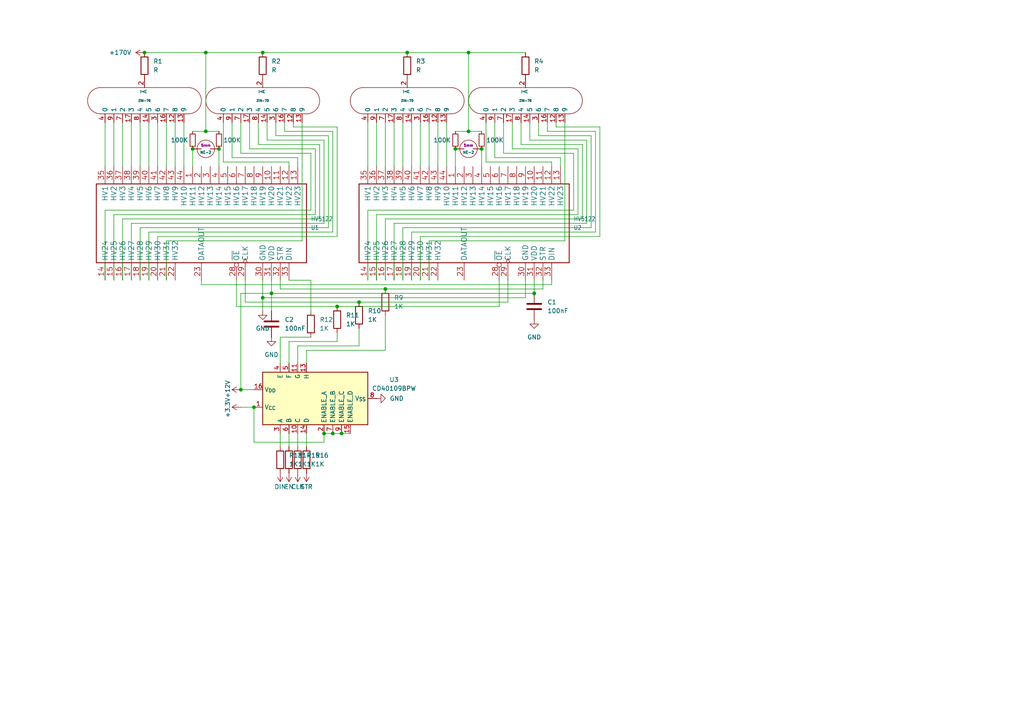
<source format=kicad_sch>
(kicad_sch (version 20250114) (generator "eeschema") (generator_version "9.0")
  (paper "A4")
  (lib_symbols
    (symbol "Device:C" (pin_numbers (hide yes)) (pin_names (offset 0.254))
      (property "Reference" "C" (at 0.635 2.54 0))
      (property "Value" "C" (at 0.635 -2.54 0))
      (symbol "C_0_1"
        (polyline (pts (xy -2.032 0.762) (xy 2.032 0.762)) (stroke (width 0.508)))
        (polyline (pts (xy -2.032 -0.762) (xy 2.032 -0.762)) (stroke (width 0.508)))
      )
      (symbol "C_1_1"
        (pin passive line (at 0 3.81 270) (length 2.794) (name "~") (number "1"))
        (pin passive line (at 0 -3.81 90) (length 2.794) (name "~") (number "2"))
      )
    )
    (symbol "Device:R" (pin_numbers (hide yes)) (pin_names (offset 0))
      (property "Reference" "R" (at 2.032 0 90))
      (property "Value" "R" (at 0 0 90))
      (symbol "R_0_1"
        (rectangle (start -1.016 -2.54) (end 1.016 2.54) (stroke (width 0.254)))
      )
      (symbol "R_1_1"
        (pin passive line (at 0 3.81 270) (length 1.27) (name "~") (number "1"))
        (pin passive line (at 0 -3.81 90) (length 1.27) (name "~") (number "2"))
      )
    )
    (symbol "Device:R_Small" (pin_numbers (hide yes)) (pin_names (offset 0.254) (hide yes))
      (property "Reference" "R" (at 0 0 90))
      (property "Value" "R_Small" (at 1.778 0 90))
      (symbol "R_Small_0_1"
        (rectangle (start -0.762 1.778) (end 0.762 -1.778) (stroke (width 0.2032)))
      )
      (symbol "R_Small_1_1"
        (pin passive line (at 0 2.54 270) (length 0.762) (name "~") (number "1"))
        (pin passive line (at 0 -2.54 90) (length 0.762) (name "~") (number "2"))
      )
    )
    (symbol "Logic_LevelTranslator:CD40109BPW"
      (property "Reference" "U" (at -7.62 16.51 0))
      (property "Value" "CD40109BPW" (at 10.16 16.51 0))
      (symbol "CD40109BPW_1_1"
        (rectangle (start -7.62 15.24) (end 7.62 -15.24) (stroke (width 0.254)) (fill (type background)))
        (pin input line (at -10.16 10.16 0) (length 2.54) (name "A") (number "3"))
        (pin input line (at -10.16 7.62 0) (length 2.54) (name "B") (number "6"))
        (pin input line (at -10.16 5.08 0) (length 2.54) (name "C") (number "10"))
        (pin input line (at -10.16 2.54 0) (length 2.54) (name "D") (number "14"))
        (pin input line (at -10.16 -2.54 0) (length 2.54) (name "ENABLE_A") (number "2"))
        (pin input line (at -10.16 -5.08 0) (length 2.54) (name "ENABLE_B") (number "7"))
        (pin input line (at -10.16 -7.62 0) (length 2.54) (name "ENABLE_C") (number "9"))
        (pin input line (at -10.16 -10.16 0) (length 2.54) (name "ENABLE_D") (number "15"))
        (pin power_in line (at -2.54 17.78 270) (length 2.54) (name "V_{CC}") (number "1"))
        (pin power_in line (at 0 -17.78 90) (length 2.54) (name "V_{SS}") (number "8"))
        (pin power_in line (at 2.54 17.78 270) (length 2.54) (name "V_{DD}") (number "16"))
        (pin no_connect line (at 7.62 0 180) (length 2.54) (hide yes) (name "NC") (number "12"))
        (pin output line (at 10.16 10.16 180) (length 2.54) (name "E") (number "4"))
        (pin output line (at 10.16 7.62 180) (length 2.54) (name "F") (number "5"))
        (pin output line (at 10.16 5.08 180) (length 2.54) (name "G") (number "11"))
        (pin output line (at 10.16 2.54 180) (length 2.54) (name "H") (number "13"))
      )
    )
    (symbol "NE-2_5mm_2"
      (property "Reference" "NE1" (at 0 3.556 0))
      (property "Value" "NE-2" (at 0 1.016 0))
      (property "Size" "5mm" (at 0 -1.016 0))
      (symbol "NE-2_5mm_2_0_1"
        (circle (center 0 0) (radius 2.54))
      )
      (symbol "NE-2_5mm_2_1_1"
        (pin passive line (at -3.81 0 0) (length 2.54) (name "") (number ""))
        (pin passive line (at 3.81 0 180) (length 2.54) (name "") (number ""))
      )
    )
    (symbol "NixSymbols:HV5122"
      (property "Reference" "U1" (at 0 -32.004 0))
      (property "Value" "HV5122" (at 0 4.826 0))
      (symbol "HV5122_1_0"
        (polyline (pts (xy -11.43 30.48) (xy -11.43 -30.48)) (stroke (width 0.254)))
        (polyline (pts (xy -11.43 -30.48) (xy 11.43 -30.48)) (stroke (width 0.254)))
        (polyline (pts (xy 11.43 30.48) (xy -11.43 30.48)) (stroke (width 0.254)))
        (polyline (pts (xy 11.43 -30.48) (xy 11.43 30.48)) (stroke (width 0.254)))
        (pin passive line (at -16.51 27.94 0) (length 5.08) (name "HV1") (number "35"))
        (pin passive line (at -16.51 25.4 0) (length 5.08) (name "HV2") (number "36"))
        (pin passive line (at -16.51 22.86 0) (length 5.08) (name "HV3") (number "37"))
        (pin passive line (at -16.51 20.32 0) (length 5.08) (name "HV4") (number "38"))
        (pin passive line (at -16.51 17.78 0) (length 5.08) (name "HV5") (number "39"))
        (pin passive line (at -16.51 15.24 0) (length 5.08) (name "HV6") (number "40"))
        (pin passive line (at -16.51 12.7 0) (length 5.08) (name "HV7") (number "41"))
        (pin passive line (at -16.51 10.16 0) (length 5.08) (name "HV8") (number "42"))
        (pin passive line (at -16.51 7.62 0) (length 5.08) (name "HV9") (number "43"))
        (pin passive line (at -16.51 5.08 0) (length 5.08) (name "HV10") (number "44"))
        (pin passive line (at -16.51 2.54 0) (length 5.08) (name "HV11") (number "1"))
        (pin passive line (at -16.51 0 0) (length 5.08) (name "HV12") (number "2"))
        (pin passive line (at -16.51 -2.54 0) (length 5.08) (name "HV13") (number "3"))
        (pin passive line (at -16.51 -5.08 0) (length 5.08) (name "HV14") (number "4"))
        (pin passive line (at -16.51 -7.62 0) (length 5.08) (name "HV15") (number "5"))
        (pin passive line (at -16.51 -10.16 0) (length 5.08) (name "HV16") (number "6"))
        (pin passive line (at -16.51 -12.7 0) (length 5.08) (name "HV17") (number "7"))
        (pin passive line (at -16.51 -15.24 0) (length 5.08) (name "HV18") (number "8"))
        (pin passive line (at -16.51 -17.78 0) (length 5.08) (name "HV19") (number "9"))
        (pin passive line (at -16.51 -20.32 0) (length 5.08) (name "HV20") (number "10"))
        (pin passive line (at -16.51 -22.86 0) (length 5.08) (name "HV21") (number "11"))
        (pin passive line (at -16.51 -25.4 0) (length 5.08) (name "HV22") (number "12"))
        (pin passive line (at -16.51 -27.94 0) (length 5.08) (name "HV23") (number "13"))
        (pin passive line (at 16.51 27.94 180) (length 5.08) (name "HV24") (number "14"))
        (pin passive line (at 16.51 25.4 180) (length 5.08) (name "HV25") (number "15"))
        (pin passive line (at 16.51 22.86 180) (length 5.08) (name "HV26") (number "16"))
        (pin passive line (at 16.51 20.32 180) (length 5.08) (name "HV27") (number "17"))
        (pin passive line (at 16.51 17.78 180) (length 5.08) (name "HV28") (number "18"))
        (pin passive line (at 16.51 15.24 180) (length 5.08) (name "HV29") (number "19"))
        (pin passive line (at 16.51 12.7 180) (length 5.08) (name "HV30") (number "20"))
        (pin passive line (at 16.51 10.16 180) (length 5.08) (name "HV31") (number "21"))
        (pin passive line (at 16.51 7.62 180) (length 5.08) (name "HV32") (number "22"))
        (pin output line (at 16.51 0 180) (length 5.08) (name "DATAOUT") (number "23"))
        (pin input inverted (at 16.51 -10.16 180) (length 5.08) (name "~{OE}") (number "28"))
        (pin input clock (at 16.51 -12.7 180) (length 5.08) (name "CLK") (number "29"))
        (pin passive line (at 16.51 -17.78 180) (length 5.08) (name "GND") (number "30"))
        (pin power_in line (at 16.51 -20.32 180) (length 5.08) (name "VDD") (number "31"))
        (pin input line (at 16.51 -22.86 180) (length 5.08) (name "STR") (number "32"))
        (pin input line (at 16.51 -25.4 180) (length 5.08) (name "DIN") (number "33"))
      )
    )
    (symbol "NixSymbols:NE-2_5mm"
      (property "Reference" "NE1" (at 0 3.556 0))
      (property "Value" "NE-2" (at 0 1.016 0))
      (property "Size" "5mm" (at 0 -1.016 0))
      (symbol "NE-2_5mm_0_1"
        (circle (center 0 0) (radius 2.54))
      )
      (symbol "NE-2_5mm_1_1"
        (pin passive line (at -3.81 0 0) (length 2.54) (name "") (number ""))
        (pin passive line (at 3.81 0 180) (length 2.54) (name "") (number ""))
      )
    )
    (symbol "NixSymbols:ZIN-70_Z5680M_Pinout"
      (property "Value" "ZIN-70" (at 0 0 0))
      (symbol "ZIN-70_Z5680M_Pinout_0_1"
        (arc (start -12.7 -3.81) (mid -16.51 0) (end -12.7 3.81))
        (polyline (pts (xy -12.7 -3.81) (xy 12.7 -3.81)))
        (polyline (pts (xy 12.7 3.81) (xy -12.7 3.81)))
        (arc (start 12.7 3.81) (mid 16.51 0) (end 12.7 -3.81))
      )
      (symbol "ZIN-70_Z5680M_Pinout_1_1"
        (pin passive line (at -11.43 -6.35 90) (length 2.54) (name "0") (number "4"))
        (pin passive line (at -8.89 -6.35 90) (length 2.54) (name "1") (number "9"))
        (pin passive line (at -6.35 -6.35 90) (length 2.54) (name "2") (number "7"))
        (pin passive line (at -3.81 -6.35 90) (length 2.54) (name "3") (number "17"))
        (pin passive line (at -1.27 -6.35 90) (length 2.54) (name "4") (number "8"))
        (pin passive line (at 0 6.35 270) (length 2.54) (name "~{A}") (number "2"))
        (pin passive line (at 1.27 -6.35 90) (length 2.54) (name "5") (number "14"))
        (pin passive line (at 3.81 -6.35 90) (length 2.54) (name "6") (number "3"))
        (pin passive line (at 6.35 -6.35 90) (length 2.54) (name "7") (number "16"))
        (pin passive line (at 8.89 -6.35 90) (length 2.54) (name "8") (number "12"))
        (pin passive line (at 11.43 -6.35 90) (length 2.54) (name "9") (number "13"))
      )
    )
    (symbol "power:+12V" (power) (pin_numbers (hide yes)) (pin_names (offset 0) (hide yes))
      (property "Value" "+12V" (at 0 3.556 0))
      (symbol "+12V_0_1"
        (polyline (pts (xy -0.762 1.27) (xy 0 2.54)))
        (polyline (pts (xy 0 2.54) (xy 0.762 1.27)))
        (polyline (pts (xy 0 0) (xy 0 2.54)))
      )
      (symbol "+12V_1_1"
        (pin power_in line (at 0 0 90) (length 0) (name "~") (number "1"))
      )
    )
    (symbol "power:GND" (power) (pin_numbers (hide yes)) (pin_names (offset 0) (hide yes))
      (property "Value" "GND" (at 0 -3.81 0))
      (symbol "GND_0_1"
        (polyline (pts (xy 0 0) (xy 0 -1.27) (xy 1.27 -1.27) (xy 0 -2.54) (xy -1.27 -1.27) (xy 0 -1.27)))
      )
      (symbol "GND_1_1"
        (pin power_in line (at 0 0 270) (length 0) (name "~") (number "1"))
      )
    )
  )
  (junction (at 99.06 125.73))
  (junction (at 59.69 15.24))
  (junction (at 118.11 15.24))
  (junction (at 154.94 85.09))
  (junction (at 69.85 113.03))
  (junction (at 139.7 43.18))
  (junction (at 96.52 125.73))
  (junction (at 78.74 85.09))
  (junction (at 41.91 15.24))
  (junction (at 63.5 43.18))
  (junction (at 76.2 86.36))
  (junction (at 132.08 43.18))
  (junction (at 135.89 15.24))
  (junction (at 104.14 87.63))
  (junction (at 55.88 43.18))
  (junction (at 59.69 38.1))
  (junction (at 111.76 83.82))
  (junction (at 135.89 38.1))
  (junction (at 93.98 125.73))
  (junction (at 76.2 15.24))
  (junction (at 97.79 88.9))
  (junction (at 73.66 118.11))
  (wire (pts (xy 167.64 43.18) (xy 148.59 43.18)))
  (wire (pts (xy 38.1 81.28) (xy 38.1 64.77)))
  (wire (pts (xy 157.48 81.28) (xy 157.48 83.82)))
  (wire (pts (xy 106.68 60.96) (xy 166.37 60.96)))
  (wire (pts (xy 64.77 35.56) (xy 64.77 46.99)))
  (wire (pts (xy 78.74 85.09) (xy 78.74 90.17)))
  (wire (pts (xy 86.36 100.33) (xy 104.14 100.33)))
  (wire (pts (xy 147.32 87.63) (xy 104.14 87.63)))
  (wire (pts (xy 74.93 35.56) (xy 74.93 41.91)))
  (wire (pts (xy 114.3 81.28) (xy 114.3 64.77)))
  (wire (pts (xy 88.9 129.54) (xy 88.9 125.73)))
  (wire (pts (xy 33.02 81.28) (xy 33.02 62.23)))
  (wire (pts (xy 119.38 35.56) (xy 119.38 48.26)))
  (wire (pts (xy 171.45 39.37) (xy 156.21 39.37)))
  (wire (pts (xy 83.82 99.06) (xy 97.79 99.06)))
  (wire (pts (xy 78.74 81.28) (xy 78.74 85.09)))
  (wire (pts (xy 83.82 48.26) (xy 83.82 46.99)))
  (wire (pts (xy 96.52 125.73) (xy 99.06 125.73)))
  (wire (pts (xy 166.37 60.96) (xy 166.37 44.45)))
  (wire (pts (xy 144.78 81.28) (xy 144.78 88.9)))
  (wire (pts (xy 116.84 81.28) (xy 116.84 66.04)))
  (wire (pts (xy 116.84 66.04) (xy 171.45 66.04)))
  (wire (pts (xy 85.09 36.83) (xy 85.09 35.56)))
  (wire (pts (xy 139.7 48.26) (xy 139.7 43.18)))
  (wire (pts (xy 58.42 82.55) (xy 160.02 82.55)))
  (wire (pts (xy 76.2 86.36) (xy 76.2 90.17)))
  (wire (pts (xy 82.55 35.56) (xy 82.55 38.1)))
  (wire (pts (xy 50.8 35.56) (xy 50.8 48.26)))
  (wire (pts (xy 45.72 81.28) (xy 45.72 68.58)))
  (wire (pts (xy 119.38 67.31) (xy 119.38 81.28)))
  (wire (pts (xy 160.02 48.26) (xy 160.02 46.99)))
  (wire (pts (xy 93.98 64.77) (xy 93.98 40.64)))
  (wire (pts (xy 55.88 38.1) (xy 59.69 38.1)))
  (wire (pts (xy 104.14 87.63) (xy 71.12 87.63)))
  (wire (pts (xy 106.68 81.28) (xy 106.68 60.96)))
  (wire (pts (xy 69.85 118.11) (xy 73.66 118.11)))
  (wire (pts (xy 111.76 101.6) (xy 111.76 91.44)))
  (wire (pts (xy 153.67 35.56) (xy 153.67 40.64)))
  (wire (pts (xy 40.64 81.28) (xy 40.64 66.04)))
  (wire (pts (xy 116.84 35.56) (xy 116.84 48.26)))
  (wire (pts (xy 151.13 41.91) (xy 168.91 41.91)))
  (wire (pts (xy 86.36 129.54) (xy 86.36 125.73)))
  (wire (pts (xy 170.18 40.64) (xy 153.67 40.64)))
  (wire (pts (xy 129.54 35.56) (xy 129.54 48.26)))
  (wire (pts (xy 127 35.56) (xy 127 48.26)))
  (wire (pts (xy 93.98 125.73) (xy 96.52 125.73)))
  (wire (pts (xy 83.82 105.41) (xy 83.82 99.06)))
  (wire (pts (xy 73.66 128.27) (xy 93.98 128.27)))
  (wire (pts (xy 38.1 35.56) (xy 38.1 48.26)))
  (wire (pts (xy 77.47 35.56) (xy 77.47 40.64)))
  (wire (pts (xy 30.48 60.96) (xy 90.17 60.96)))
  (wire (pts (xy 81.28 129.54) (xy 81.28 125.73)))
  (wire (pts (xy 132.08 43.18) (xy 132.08 48.26)))
  (wire (pts (xy 68.58 88.9) (xy 68.58 81.28)))
  (wire (pts (xy 97.79 88.9) (xy 68.58 88.9)))
  (wire (pts (xy 143.51 35.56) (xy 143.51 45.72)))
  (wire (pts (xy 166.37 44.45) (xy 146.05 44.45)))
  (wire (pts (xy 147.32 81.28) (xy 147.32 87.63)))
  (wire (pts (xy 43.18 35.56) (xy 43.18 48.26)))
  (wire (pts (xy 124.46 35.56) (xy 124.46 48.26)))
  (wire (pts (xy 38.1 64.77) (xy 93.98 64.77)))
  (wire (pts (xy 76.2 15.24) (xy 118.11 15.24)))
  (wire (pts (xy 58.42 81.28) (xy 58.42 82.55)))
  (wire (pts (xy 170.18 64.77) (xy 170.18 40.64)))
  (wire (pts (xy 30.48 81.28) (xy 30.48 60.96)))
  (wire (pts (xy 97.79 68.58) (xy 97.79 36.83)))
  (wire (pts (xy 161.29 36.83) (xy 161.29 35.56)))
  (wire (pts (xy 109.22 35.56) (xy 109.22 48.26)))
  (wire (pts (xy 140.97 35.56) (xy 140.97 46.99)))
  (wire (pts (xy 88.9 101.6) (xy 111.76 101.6)))
  (wire (pts (xy 81.28 105.41) (xy 81.28 97.79)))
  (wire (pts (xy 163.83 69.85) (xy 124.46 69.85)))
  (wire (pts (xy 173.99 36.83) (xy 161.29 36.83)))
  (wire (pts (xy 69.85 113.03) (xy 69.85 85.09)))
  (wire (pts (xy 41.91 15.24) (xy 59.69 15.24)))
  (wire (pts (xy 121.92 35.56) (xy 121.92 48.26)))
  (wire (pts (xy 45.72 68.58) (xy 97.79 68.58)))
  (wire (pts (xy 171.45 66.04) (xy 171.45 39.37)))
  (wire (pts (xy 35.56 63.5) (xy 35.56 81.28)))
  (wire (pts (xy 97.79 36.83) (xy 85.09 36.83)))
  (wire (pts (xy 154.94 81.28) (xy 154.94 85.09)))
  (wire (pts (xy 99.06 125.73) (xy 101.6 125.73)))
  (wire (pts (xy 67.31 35.56) (xy 67.31 45.72)))
  (wire (pts (xy 172.72 38.1) (xy 172.72 67.31)))
  (wire (pts (xy 69.85 85.09) (xy 78.74 85.09)))
  (wire (pts (xy 144.78 88.9) (xy 97.79 88.9)))
  (wire (pts (xy 152.4 86.36) (xy 76.2 86.36)))
  (wire (pts (xy 82.55 38.1) (xy 96.52 38.1)))
  (wire (pts (xy 87.63 69.85) (xy 48.26 69.85)))
  (wire (pts (xy 114.3 64.77) (xy 170.18 64.77)))
  (wire (pts (xy 118.11 15.24) (xy 135.89 15.24)))
  (wire (pts (xy 48.26 69.85) (xy 48.26 81.28)))
  (wire (pts (xy 172.72 67.31) (xy 119.38 67.31)))
  (wire (pts (xy 111.76 83.82) (xy 81.28 83.82)))
  (wire (pts (xy 92.71 41.91) (xy 92.71 63.5)))
  (wire (pts (xy 55.88 43.18) (xy 55.88 48.26)))
  (wire (pts (xy 86.36 105.41) (xy 86.36 100.33)))
  (wire (pts (xy 53.34 35.56) (xy 53.34 48.26)))
  (wire (pts (xy 91.44 43.18) (xy 72.39 43.18)))
  (wire (pts (xy 168.91 41.91) (xy 168.91 63.5)))
  (wire (pts (xy 86.36 48.26) (xy 86.36 45.72)))
  (wire (pts (xy 40.64 35.56) (xy 40.64 48.26)))
  (wire (pts (xy 109.22 62.23) (xy 167.64 62.23)))
  (wire (pts (xy 63.5 43.18) (xy 63.5 48.26)))
  (wire (pts (xy 93.98 128.27) (xy 93.98 125.73)))
  (wire (pts (xy 59.69 15.24) (xy 76.2 15.24)))
  (wire (pts (xy 124.46 69.85) (xy 124.46 81.28)))
  (wire (pts (xy 78.74 85.09) (xy 154.94 85.09)))
  (wire (pts (xy 121.92 81.28) (xy 121.92 68.58)))
  (wire (pts (xy 95.25 66.04) (xy 95.25 39.37)))
  (wire (pts (xy 80.01 39.37) (xy 80.01 35.56)))
  (wire (pts (xy 152.4 81.28) (xy 152.4 86.36)))
  (wire (pts (xy 74.93 41.91) (xy 92.71 41.91)))
  (wire (pts (xy 35.56 35.56) (xy 35.56 48.26)))
  (wire (pts (xy 45.72 35.56) (xy 45.72 48.26)))
  (wire (pts (xy 93.98 40.64) (xy 77.47 40.64)))
  (wire (pts (xy 158.75 35.56) (xy 158.75 38.1)))
  (wire (pts (xy 162.56 48.26) (xy 162.56 45.72)))
  (wire (pts (xy 132.08 38.1) (xy 135.89 38.1)))
  (wire (pts (xy 83.82 46.99) (xy 64.77 46.99)))
  (wire (pts (xy 43.18 67.31) (xy 43.18 81.28)))
  (wire (pts (xy 158.75 38.1) (xy 172.72 38.1)))
  (wire (pts (xy 157.48 83.82) (xy 111.76 83.82)))
  (wire (pts (xy 151.13 35.56) (xy 151.13 41.91)))
  (wire (pts (xy 146.05 35.56) (xy 146.05 44.45)))
  (wire (pts (xy 33.02 62.23) (xy 91.44 62.23)))
  (wire (pts (xy 96.52 38.1) (xy 96.52 67.31)))
  (wire (pts (xy 97.79 99.06) (xy 97.79 96.52)))
  (wire (pts (xy 96.52 67.31) (xy 43.18 67.31)))
  (wire (pts (xy 90.17 90.17) (xy 90.17 81.28)))
  (wire (pts (xy 109.22 81.28) (xy 109.22 62.23)))
  (wire (pts (xy 135.89 15.24) (xy 152.4 15.24)))
  (wire (pts (xy 104.14 100.33) (xy 104.14 95.25)))
  (wire (pts (xy 92.71 63.5) (xy 35.56 63.5)))
  (wire (pts (xy 114.3 35.56) (xy 114.3 48.26)))
  (wire (pts (xy 86.36 45.72) (xy 67.31 45.72)))
  (wire (pts (xy 148.59 35.56) (xy 148.59 43.18)))
  (wire (pts (xy 30.48 35.56) (xy 30.48 48.26)))
  (wire (pts (xy 167.64 62.23) (xy 167.64 43.18)))
  (wire (pts (xy 160.02 81.28) (xy 160.02 82.55)))
  (wire (pts (xy 135.89 15.24) (xy 135.89 38.1)))
  (wire (pts (xy 73.66 118.11) (xy 73.66 128.27)))
  (wire (pts (xy 90.17 60.96) (xy 90.17 44.45)))
  (wire (pts (xy 90.17 81.28) (xy 83.82 81.28)))
  (wire (pts (xy 59.69 15.24) (xy 59.69 38.1)))
  (wire (pts (xy 121.92 68.58) (xy 173.99 68.58)))
  (wire (pts (xy 111.76 63.5) (xy 111.76 81.28)))
  (wire (pts (xy 87.63 35.56) (xy 87.63 69.85)))
  (wire (pts (xy 69.85 35.56) (xy 69.85 44.45)))
  (wire (pts (xy 111.76 35.56) (xy 111.76 48.26)))
  (wire (pts (xy 160.02 46.99) (xy 140.97 46.99)))
  (wire (pts (xy 106.68 35.56) (xy 106.68 48.26)))
  (wire (pts (xy 162.56 45.72) (xy 143.51 45.72)))
  (wire (pts (xy 81.28 97.79) (xy 90.17 97.79)))
  (wire (pts (xy 139.7 38.1) (xy 135.89 38.1)))
  (wire (pts (xy 59.69 38.1) (xy 63.5 38.1)))
  (wire (pts (xy 40.64 66.04) (xy 95.25 66.04)))
  (wire (pts (xy 83.82 129.54) (xy 83.82 125.73)))
  (wire (pts (xy 168.91 63.5) (xy 111.76 63.5)))
  (wire (pts (xy 33.02 35.56) (xy 33.02 48.26)))
  (wire (pts (xy 88.9 105.41) (xy 88.9 101.6)))
  (wire (pts (xy 71.12 87.63) (xy 71.12 81.28)))
  (wire (pts (xy 69.85 113.03) (xy 73.66 113.03)))
  (wire (pts (xy 156.21 39.37) (xy 156.21 35.56)))
  (wire (pts (xy 76.2 86.36) (xy 76.2 81.28)))
  (wire (pts (xy 81.28 83.82) (xy 81.28 81.28)))
  (wire (pts (xy 173.99 68.58) (xy 173.99 36.83)))
  (wire (pts (xy 72.39 35.56) (xy 72.39 43.18)))
  (wire (pts (xy 48.26 35.56) (xy 48.26 48.26)))
  (wire (pts (xy 95.25 39.37) (xy 80.01 39.37)))
  (wire (pts (xy 90.17 44.45) (xy 69.85 44.45)))
  (wire (pts (xy 163.83 35.56) (xy 163.83 69.85)))
  (wire (pts (xy 91.44 62.23) (xy 91.44 43.18)))
  (symbol (lib_id "NixSymbols:ZIN-70_Z5680M_Pinout") (at 152.4 29.21 0) (unit 1)
    (property "Reference" "NIX4" (effects (hide yes)))
    (property "Value" "ZIN-70" (at 152.4 29.21 0) (effects (font (size 0.635 0.635))))
    (property "Footprint" "NixFootprints:ZIN-70 Z5680M Pinout" (effects (hide yes)))
  )
  (symbol (lib_id "Device:R") (at 83.82 133.35 0) (unit 1)
    (property "Reference" "R14" (at 86.36 132.0799 0) (effects (justify left)))
    (property "Value" "1K" (at 86.36 134.6199 0) (effects (justify left)))
    (property "Footprint" "Resistor_SMD:R_1206_3216Metric" (effects (hide yes)))
    (property "Description" "Resistor" (effects (hide yes)))
  )
  (symbol (lib_id "NixSymbols:ZIN-70_Z5680M_Pinout") (at 76.2 29.21 0) (unit 1)
    (property "Reference" "NIX2" (effects (hide yes)))
    (property "Value" "ZIN-70" (at 76.2 29.21 0) (effects (font (size 0.635 0.635))))
    (property "Footprint" "NixFootprints:ZIN-70 Z5680M Pinout" (effects (hide yes)))
  )
  (symbol (lib_name "NE-2_5mm_2") (lib_id "NixSymbols:NE-2_5mm") (at 135.89 43.18 180) (unit 1)
    (property "Reference" "NE2" (effects (hide yes)))
    (property "Value" "NE-2" (at 135.89 44.196 0) (effects (font (size 0.762 0.762))))
    (property "Footprint" "NixFootprints:NE-2_5mm" (effects (hide yes)))
    (property "Size" "5mm" (at 135.89 42.164 0) (effects (font (size 0.762 0.762))))
  )
  (symbol (lib_id "NixSymbols:HV5122") (at 134.62 64.77 90) (mirror x) (unit 1)
    (property "Reference" "U2" (at 166.37 66.0401 90) (effects (font (size 1.27 1.0795)) (justify right)))
    (property "Value" "HV5122" (at 166.37 63.5001 90) (effects (font (size 1.27 1.0795)) (justify right)))
    (property "Footprint" "Package_QFP:PQFP-44_10x10mm_P0.8mm" (effects (hide yes)))
  )
  (symbol (lib_id "power:GND") (at 78.74 97.79 0) (unit 1)
    (property "Reference" "#PWR04" (effects (hide yes)))
    (property "Value" "GND" (at 78.74 102.87 0))
    (property "Description" "Power symbol creates a global label with name \"GND\" , ground" (effects (hide yes)))
  )
  (symbol (lib_id "NixSymbols:HV5122") (at 58.42 64.77 90) (mirror x) (unit 1)
    (property "Reference" "U1" (at 90.17 66.0401 90) (effects (font (size 1.27 1.0795)) (justify right)))
    (property "Value" "HV5122" (at 90.17 63.5001 90) (effects (font (size 1.27 1.0795)) (justify right)))
    (property "Footprint" "Package_QFP:PQFP-44_10x10mm_P0.8mm" (effects (hide yes)))
  )
  (symbol (lib_id "Device:R") (at 41.91 19.05 0) (unit 1)
    (property "Reference" "R1" (at 44.45 17.7799 0) (effects (justify left)))
    (property "Value" "R" (at 44.45 20.3199 0) (effects (justify left)))
    (property "Footprint" "Resistor_SMD:R_1206_3216Metric" (effects (hide yes)))
    (property "Description" "Resistor" (effects (hide yes)))
  )
  (symbol (lib_id "NixSymbols:ZIN-70_Z5680M_Pinout") (at 118.11 29.21 0) (unit 1)
    (property "Reference" "NIX3" (effects (hide yes)))
    (property "Value" "ZIN-70" (at 118.11 29.21 0) (effects (font (size 0.635 0.635))))
    (property "Footprint" "NixFootprints:ZIN-70 Z5680M Pinout" (effects (hide yes)))
  )
  (symbol (lib_id "Device:R") (at 81.28 133.35 0) (unit 1)
    (property "Reference" "R13" (at 83.82 132.0799 0) (effects (justify left)))
    (property "Value" "1K" (at 83.82 134.6199 0) (effects (justify left)))
    (property "Footprint" "Resistor_SMD:R_1206_3216Metric" (effects (hide yes)))
    (property "Description" "Resistor" (effects (hide yes)))
  )
  (symbol (lib_id "Logic_LevelTranslator:CD40109BPW") (at 91.44 115.57 90) (unit 1)
    (property "Reference" "U3" (at 114.3 110.1246 90))
    (property "Value" "CD40109BPW" (at 114.3 112.6646 90))
    (property "Footprint" "Package_SO:TSSOP-16_4.4x5mm_P0.65mm" (effects (hide yes)))
    (property "Datasheet" "https://www.ti.com/lit/ds/symlink/cd40109b.pdf" (effects (hide yes)))
    (property "Description" "CMOS Quad Low to High Voltage Level Shifter, Input 3 to 18V, up to 18V output , TSSOP-16" (effects (hide yes)))
  )
  (symbol (lib_id "Device:R") (at 90.17 93.98 0) (unit 1)
    (property "Reference" "R12" (at 92.71 92.7099 0) (effects (justify left)))
    (property "Value" "1K" (at 92.71 95.2499 0) (effects (justify left)))
    (property "Footprint" "Resistor_SMD:R_1206_3216Metric" (effects (hide yes)))
    (property "Description" "Resistor" (effects (hide yes)))
  )
  (symbol (lib_id "power:+12V") (at 69.85 118.11 90) (unit 1)
    (property "Reference" "#PWR07" (effects (hide yes)))
    (property "Value" "+3.3V" (at 66.04 115.316 0) (effects (justify right)))
    (property "Description" "Power symbol creates a global label with name \"+12V\"" (effects (hide yes)))
  )
  (symbol (lib_id "Device:R") (at 97.79 92.71 0) (unit 1)
    (property "Reference" "R11" (at 100.33 91.4399 0) (effects (justify left)))
    (property "Value" "1K" (at 100.33 93.9799 0) (effects (justify left)))
    (property "Footprint" "Resistor_SMD:R_1206_3216Metric" (effects (hide yes)))
    (property "Description" "Resistor" (effects (hide yes)))
  )
  (symbol (lib_id "Device:C") (at 78.74 93.98 0) (unit 1)
    (property "Reference" "C2" (at 82.55 92.7099 0) (effects (justify left)))
    (property "Value" "100nF" (at 82.55 95.2499 0) (effects (justify left)))
    (property "Footprint" "Capacitor_SMD:C_1206_3216Metric" (effects (hide yes)))
    (property "Description" "Unpolarized capacitor" (effects (hide yes)))
  )
  (symbol (lib_id "Device:C") (at 154.94 88.9 0) (unit 1)
    (property "Reference" "C1" (at 158.75 87.6299 0) (effects (justify left)))
    (property "Value" "100nF" (at 158.75 90.1699 0) (effects (justify left)))
    (property "Footprint" "Capacitor_SMD:C_1206_3216Metric" (effects (hide yes)))
    (property "Description" "Unpolarized capacitor" (effects (hide yes)))
  )
  (symbol (lib_id "Device:R_Small") (at 55.88 40.64 180) (unit 1)
    (property "Reference" "R5" (effects (hide yes)))
    (property "Value" "100K" (at 54.61 40.64 0) (effects (justify left)))
    (property "Description" "Resistor, small symbol" (effects (hide yes)))
  )
  (symbol (lib_id "power:+12V") (at 69.85 113.03 90) (unit 1)
    (property "Reference" "#PWR05" (effects (hide yes)))
    (property "Value" "+12V" (at 66.04 110.236 0) (effects (justify right)))
    (property "Description" "Power symbol creates a global label with name \"+12V\"" (effects (hide yes)))
  )
  (symbol (lib_id "power:+12V") (at 86.36 137.16 180) (unit 1)
    (property "Reference" "#PWR010" (effects (hide yes)))
    (property "Value" "CLK" (at 86.36 140.462 0) (effects (justify bottom)))
    (property "Description" "Power symbol creates a global label with name \"+12V\"" (effects (hide yes)))
  )
  (symbol (lib_id "Device:R_Small") (at 132.08 40.64 180) (unit 1)
    (property "Reference" "R7" (effects (hide yes)))
    (property "Value" "100K" (at 130.81 40.64 0) (effects (justify left)))
    (property "Description" "Resistor, small symbol" (effects (hide yes)))
  )
  (symbol (lib_id "power:+12V") (at 83.82 137.16 180) (unit 1)
    (property "Reference" "#PWR09" (effects (hide yes)))
    (property "Value" "EN" (at 83.82 140.462 0) (effects (justify bottom)))
    (property "Description" "Power symbol creates a global label with name \"+12V\"" (effects (hide yes)))
  )
  (symbol (lib_id "Device:R") (at 76.2 19.05 0) (unit 1)
    (property "Reference" "R2" (at 78.74 17.7799 0) (effects (justify left)))
    (property "Value" "R" (at 78.74 20.3199 0) (effects (justify left)))
    (property "Footprint" "Resistor_SMD:R_1206_3216Metric" (effects (hide yes)))
    (property "Description" "Resistor" (effects (hide yes)))
  )
  (symbol (lib_id "power:GND") (at 76.2 90.17 0) (unit 1)
    (property "Reference" "#PWR02" (effects (hide yes)))
    (property "Value" "GND" (at 76.2 95.25 0))
    (property "Description" "Power symbol creates a global label with name \"GND\" , ground" (effects (hide yes)))
  )
  (symbol (lib_id "power:GND") (at 109.22 115.57 90) (unit 1)
    (property "Reference" "#PWR06" (effects (hide yes)))
    (property "Value" "GND" (at 113.03 115.5699 90) (effects (justify right)))
    (property "Description" "Power symbol creates a global label with name \"GND\" , ground" (effects (hide yes)))
  )
  (symbol (lib_id "NixSymbols:NE-2_5mm") (at 59.69 43.18 180) (unit 1)
    (property "Reference" "NE1" (effects (hide yes)))
    (property "Value" "NE-2" (at 59.69 44.196 0) (effects (font (size 0.762 0.762))))
    (property "Footprint" "NixFootprints:NE-2_5mm" (effects (hide yes)))
    (property "Size" "5mm" (at 59.69 42.164 0) (effects (font (size 0.762 0.762))))
  )
  (symbol (lib_id "Device:R") (at 86.36 133.35 0) (unit 1)
    (property "Reference" "R15" (at 88.9 132.0799 0) (effects (justify left)))
    (property "Value" "1K" (at 88.9 134.6199 0) (effects (justify left)))
    (property "Footprint" "Resistor_SMD:R_1206_3216Metric" (effects (hide yes)))
    (property "Description" "Resistor" (effects (hide yes)))
  )
  (symbol (lib_id "Device:R") (at 152.4 19.05 0) (unit 1)
    (property "Reference" "R4" (at 154.94 17.7799 0) (effects (justify left)))
    (property "Value" "R" (at 154.94 20.3199 0) (effects (justify left)))
    (property "Footprint" "Resistor_SMD:R_1206_3216Metric" (effects (hide yes)))
    (property "Description" "Resistor" (effects (hide yes)))
  )
  (symbol (lib_id "Device:R_Small") (at 139.7 40.64 180) (unit 1)
    (property "Reference" "R8" (effects (hide yes)))
    (property "Value" "100K" (at 140.97 40.64 0) (effects (justify right)))
    (property "Description" "Resistor, small symbol" (effects (hide yes)))
  )
  (symbol (lib_id "Device:R_Small") (at 63.5 40.64 0) (mirror x) (unit 1)
    (property "Reference" "R6" (effects (hide yes)))
    (property "Value" "100K" (at 64.77 40.64 0) (effects (justify left)))
    (property "Description" "Resistor, small symbol" (effects (hide yes)))
  )
  (symbol (lib_id "Device:R") (at 118.11 19.05 0) (unit 1)
    (property "Reference" "R3" (at 120.65 17.7799 0) (effects (justify left)))
    (property "Value" "R" (at 120.65 20.3199 0) (effects (justify left)))
    (property "Footprint" "Resistor_SMD:R_1206_3216Metric" (effects (hide yes)))
    (property "Description" "Resistor" (effects (hide yes)))
  )
  (symbol (lib_id "NixSymbols:ZIN-70_Z5680M_Pinout") (at 41.91 29.21 0) (unit 1)
    (property "Reference" "NIX1" (effects (hide yes)))
    (property "Value" "ZIN-70" (at 41.91 29.21 0) (effects (font (size 0.635 0.635))))
    (property "Footprint" "NixFootprints:ZIN-70 Z5680M Pinout" (effects (hide yes)))
  )
  (symbol (lib_id "Device:R") (at 111.76 87.63 0) (unit 1)
    (property "Reference" "R9" (at 114.3 86.3599 0) (effects (justify left)))
    (property "Value" "1K" (at 114.3 88.8999 0) (effects (justify left)))
    (property "Footprint" "Resistor_SMD:R_1206_3216Metric" (effects (hide yes)))
    (property "Description" "Resistor" (effects (hide yes)))
  )
  (symbol (lib_id "power:+12V") (at 88.9 137.16 180) (unit 1)
    (property "Reference" "#PWR011" (effects (hide yes)))
    (property "Value" "STR" (at 88.9 140.462 0) (effects (justify bottom)))
    (property "Description" "Power symbol creates a global label with name \"+12V\"" (effects (hide yes)))
  )
  (symbol (lib_id "power:+12V") (at 41.91 15.24 90) (unit 1)
    (property "Reference" "#PWR01" (effects (hide yes)))
    (property "Value" "+170V" (at 38.1 15.2399 90) (effects (justify left)))
    (property "Description" "Power symbol creates a global label with name \"+12V\"" (effects (hide yes)))
  )
  (symbol (lib_id "power:+12V") (at 81.28 137.16 180) (unit 1)
    (property "Reference" "#PWR08" (effects (hide yes)))
    (property "Value" "DIN" (at 81.28 140.462 0) (effects (justify bottom)))
    (property "Description" "Power symbol creates a global label with name \"+12V\"" (effects (hide yes)))
  )
  (symbol (lib_id "power:GND") (at 154.94 92.71 0) (unit 1)
    (property "Reference" "#PWR03" (effects (hide yes)))
    (property "Value" "GND" (at 154.94 97.79 0))
    (property "Description" "Power symbol creates a global label with name \"GND\" , ground" (effects (hide yes)))
  )
  (symbol (lib_id "Device:R") (at 88.9 133.35 0) (unit 1)
    (property "Reference" "R16" (at 91.44 132.0799 0) (effects (justify left)))
    (property "Value" "1K" (at 91.44 134.6199 0) (effects (justify left)))
    (property "Footprint" "Resistor_SMD:R_1206_3216Metric" (effects (hide yes)))
    (property "Description" "Resistor" (effects (hide yes)))
  )
  (symbol (lib_id "Device:R") (at 104.14 91.44 0) (unit 1)
    (property "Reference" "R10" (at 106.68 90.1699 0) (effects (justify left)))
    (property "Value" "1K" (at 106.68 92.7099 0) (effects (justify left)))
    (property "Footprint" "Resistor_SMD:R_1206_3216Metric" (effects (hide yes)))
    (property "Description" "Resistor" (effects (hide yes)))
  )
)
</source>
